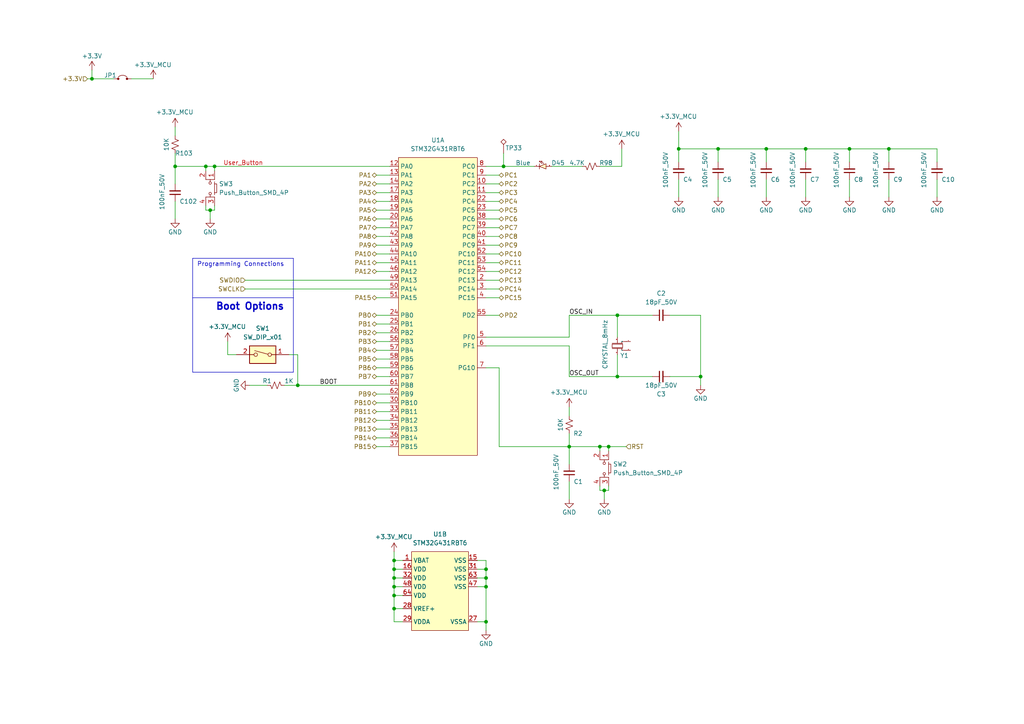
<source format=kicad_sch>
(kicad_sch (version 20231120) (generator "eeschema") (generator_version "8.0")
  (paper "A4")
  (lib_symbols
    (symbol "AKE_Capacitor:Capacitor_UnPolarised" (pin_numbers hide) (pin_names (offset 0.254) hide)
      (property "Reference" "C" (at 0.254 1.778 0))
      (property "Value" "Capacitor_UnPolarised" (at 0.254 -2.032 0))
      (symbol "Capacitor_UnPolarised_0_1"
        (polyline (pts (xy -1.524 -0.508) (xy 1.524 -0.508)) (stroke (width 0.3302)))
        (polyline (pts (xy -1.524 0.508) (xy 1.524 0.508)) (stroke (width 0.3048)))
      )
      (symbol "Capacitor_UnPolarised_1_1"
        (pin passive line (at 0 2.54 270) (length 2.032) (name "~") (number "1"))
        (pin passive line (at 0 -2.54 90) (length 2.032) (name "~") (number "2"))
      )
    )
    (symbol "AKE_Device:Jumper_Pinheader" (pin_names (offset 0) hide)
      (property "Reference" "JP" (at 0 2.794 0))
      (symbol "Jumper_Pinheader_0_1"
        (arc (start 1.27 0.508) (mid 0 1.0341) (end -1.27 0.508))
      )
      (symbol "Jumper_Pinheader_1_0"
        (circle (center -1.27 0) (radius 0.254) (fill (type outline)))
        (circle (center 1.27 0) (radius 0.254) (fill (type outline)))
      )
      (symbol "Jumper_Pinheader_1_1"
        (pin passive line (at -2.54 0 0) (length 1.27) (name "A") (number "1"))
        (pin passive line (at 2.54 0 180) (length 1.27) (name "B") (number "2"))
      )
    )
    (symbol "AKE_Device:Push_Button_SMD_4P" (pin_names (offset 1.016))
      (property "Reference" "SW" (at 1.27 -1.27 0))
      (property "Value" "Push_Button_SMD_4P" (at 2.54 5.08 0))
      (symbol "Push_Button_SMD_4P_0_1"
        (polyline (pts (xy 2.54 1.27) (xy 3.175 1.27)))
        (polyline (pts (xy 2.54 2.54) (xy 2.54 0)))
        (polyline (pts (xy 3.81 2.54) (xy 3.175 2.54)))
        (polyline (pts (xy 3.81 2.54) (xy 6.35 2.54)))
        (polyline (pts (xy 6.35 2.54) (xy 6.985 2.54)))
        (polyline (pts (xy 7.62 1.27) (xy 6.985 1.27)))
        (polyline (pts (xy 7.62 2.54) (xy 7.62 0)))
        (polyline (pts (xy 3.81 2.54) (xy 3.81 3.175) (xy 6.35 3.175) (xy 6.35 2.54)))
        (circle (center 3.556 1.27) (radius 0.3556))
        (circle (center 6.604 1.27) (radius 0.3556))
      )
      (symbol "Push_Button_SMD_4P_1_1"
        (pin input line (at 0 2.54 0) (length 2.54) (name "~") (number "1"))
        (pin input line (at 0 0 0) (length 2.54) (name "~") (number "2"))
        (pin input line (at 10.16 2.54 180) (length 2.54) (name "~") (number "3"))
        (pin input line (at 10.16 0 180) (length 2.54) (name "~") (number "4"))
      )
    )
    (symbol "AKE_Device:Test_Point" (pin_numbers hide) (pin_names (offset 0.762) hide)
      (property "Reference" "TP" (at 0 6.858 0))
      (property "Value" "Test_Point" (at 0 5.08 0))
      (symbol "Test_Point_0_1"
        (polyline (pts (xy 0 2.54) (xy -0.762 3.302) (xy 0 4.064) (xy 0.762 3.302) (xy 0 2.54)))
      )
      (symbol "Test_Point_1_1"
        (pin passive line (at 0 0 90) (length 2.54) (name "1") (number "1"))
      )
    )
    (symbol "AKE_Diode:Diode_LED" (pin_names (offset 1.016))
      (property "Reference" "D" (at -3.81 2.54 0))
      (property "Value" "Diode_LED" (at -2.54 5.08 0))
      (symbol "Diode_LED_0_1"
        (polyline (pts (xy 1.27 1.27) (xy 1.524 1.27)) (stroke (width 0.1524)))
        (polyline (pts (xy 1.524 2.032) (xy 1.524 0.508)) (stroke (width 0.1524)))
        (polyline (pts (xy 2.286 0.508) (xy 1.524 -0.254)) (stroke (width 0.1524)))
        (polyline (pts (xy 2.794 0.508) (xy 2.032 -0.254)) (stroke (width 0.1524)))
        (polyline (pts (xy 3.81 1.27) (xy 3.429 1.27)) (stroke (width 0.1524)))
        (polyline (pts (xy 1.524 0) (xy 1.524 -0.254) (xy 1.778 -0.254)) (stroke (width 0.1524)))
        (polyline (pts (xy 2.032 0) (xy 2.032 -0.254) (xy 2.286 -0.254)) (stroke (width 0.1524)))
        (polyline (pts (xy 1.524 1.27) (xy 3.429 2.032) (xy 3.429 0.508) (xy 1.524 1.27)) (stroke (width 0.1524)) (fill (type background)))
      )
      (symbol "Diode_LED_1_1"
        (pin passive line (at 0 1.27 0) (length 1.27) (name "~") (number "1"))
        (pin passive line (at 5.08 1.27 180) (length 1.27) (name "~") (number "2"))
      )
    )
    (symbol "AKE_MCU:STM32G431RBT6"
      (property "Reference" "U" (at 2.54 23.876 0))
      (property "Value" "STM32G431RBT6" (at 3.302 -1.27 0))
      (symbol "STM32G431RBT6_1_1"
        (rectangle (start 2.54 86.36) (end 25.4 0) (fill (type background)))
        (pin bidirectional line (at 27.94 78.74 180) (length 2.54) (name "PC2") (number "10"))
        (pin bidirectional line (at 27.94 76.2 180) (length 2.54) (name "PC3") (number "11"))
        (pin bidirectional line (at 0 83.82 0) (length 2.54) (name "PA0") (number "12"))
        (pin bidirectional line (at 0 81.28 0) (length 2.54) (name "PA1") (number "13"))
        (pin bidirectional line (at 0 78.74 0) (length 2.54) (name "PA2") (number "14"))
        (pin bidirectional line (at 0 76.2 0) (length 2.54) (name "PA3") (number "17"))
        (pin bidirectional line (at 0 73.66 0) (length 2.54) (name "PA4") (number "18"))
        (pin bidirectional line (at 0 71.12 0) (length 2.54) (name "PA5") (number "19"))
        (pin bidirectional line (at 27.94 50.8 180) (length 2.54) (name "PC13") (number "2"))
        (pin bidirectional line (at 0 68.58 0) (length 2.54) (name "PA6") (number "20"))
        (pin bidirectional line (at 0 66.04 0) (length 2.54) (name "PA7") (number "21"))
        (pin bidirectional line (at 27.94 73.66 180) (length 2.54) (name "PC4") (number "22"))
        (pin bidirectional line (at 27.94 71.12 180) (length 2.54) (name "PC5") (number "23"))
        (pin bidirectional line (at 0 40.64 0) (length 2.54) (name "PB0") (number "24"))
        (pin bidirectional line (at 0 38.1 0) (length 2.54) (name "PB1") (number "25"))
        (pin bidirectional line (at 0 35.56 0) (length 2.54) (name "PB2") (number "26"))
        (pin bidirectional line (at 27.94 48.26 180) (length 2.54) (name "PC14") (number "3"))
        (pin bidirectional line (at 0 15.24 0) (length 2.54) (name "PB10") (number "30"))
        (pin bidirectional line (at 0 12.7 0) (length 2.54) (name "PB11") (number "33"))
        (pin bidirectional line (at 0 10.16 0) (length 2.54) (name "PB12") (number "34"))
        (pin bidirectional line (at 0 7.62 0) (length 2.54) (name "PB13") (number "35"))
        (pin bidirectional line (at 0 5.08 0) (length 2.54) (name "PB14") (number "36"))
        (pin bidirectional line (at 0 2.54 0) (length 2.54) (name "PB15") (number "37"))
        (pin bidirectional line (at 27.94 68.58 180) (length 2.54) (name "PC6") (number "38"))
        (pin bidirectional line (at 27.94 66.04 180) (length 2.54) (name "PC7") (number "39"))
        (pin bidirectional line (at 27.94 45.72 180) (length 2.54) (name "PC15") (number "4"))
        (pin bidirectional line (at 27.94 63.5 180) (length 2.54) (name "PC8") (number "40"))
        (pin bidirectional line (at 27.94 60.96 180) (length 2.54) (name "PC9") (number "41"))
        (pin bidirectional line (at 0 63.5 0) (length 2.54) (name "PA8") (number "42"))
        (pin bidirectional line (at 0 60.96 0) (length 2.54) (name "PA9") (number "43"))
        (pin bidirectional line (at 0 58.42 0) (length 2.54) (name "PA10") (number "44"))
        (pin bidirectional line (at 0 55.88 0) (length 2.54) (name "PA11") (number "45"))
        (pin bidirectional line (at 0 53.34 0) (length 2.54) (name "PA12") (number "46"))
        (pin bidirectional line (at 0 50.8 0) (length 2.54) (name "PA13") (number "49"))
        (pin bidirectional line (at 27.94 34.29 180) (length 2.54) (name "PF0") (number "5"))
        (pin bidirectional line (at 0 48.26 0) (length 2.54) (name "PA14") (number "50"))
        (pin bidirectional line (at 0 45.72 0) (length 2.54) (name "PA15") (number "51"))
        (pin bidirectional line (at 27.94 58.42 180) (length 2.54) (name "PC10") (number "52"))
        (pin bidirectional line (at 27.94 55.88 180) (length 2.54) (name "PC11") (number "53"))
        (pin bidirectional line (at 27.94 53.34 180) (length 2.54) (name "PC12") (number "54"))
        (pin bidirectional line (at 27.94 40.64 180) (length 2.54) (name "PD2") (number "55"))
        (pin bidirectional line (at 0 33.02 0) (length 2.54) (name "PB3") (number "56"))
        (pin bidirectional line (at 0 30.48 0) (length 2.54) (name "PB4") (number "57"))
        (pin bidirectional line (at 0 27.94 0) (length 2.54) (name "PB5") (number "58"))
        (pin bidirectional line (at 0 25.4 0) (length 2.54) (name "PB6") (number "59"))
        (pin bidirectional line (at 27.94 31.75 180) (length 2.54) (name "PF1") (number "6"))
        (pin bidirectional line (at 0 22.86 0) (length 2.54) (name "PB7") (number "60"))
        (pin bidirectional line (at 0 20.32 0) (length 2.54) (name "PB8") (number "61"))
        (pin bidirectional line (at 0 17.78 0) (length 2.54) (name "PB9") (number "62"))
        (pin bidirectional line (at 27.94 25.4 180) (length 2.54) (name "PG10") (number "7"))
        (pin bidirectional line (at 27.94 83.82 180) (length 2.54) (name "PC0") (number "8"))
        (pin bidirectional line (at 27.94 81.28 180) (length 2.54) (name "PC1") (number "9"))
      )
      (symbol "STM32G431RBT6_2_1"
        (rectangle (start 2.54 22.86) (end 19.05 0) (fill (type background)))
        (pin power_in line (at 0 20.32 0) (length 2.54) (name "VBAT") (number "1"))
        (pin power_in line (at 21.59 20.32 180) (length 2.54) (name "VSS") (number "15"))
        (pin power_in line (at 0 17.78 0) (length 2.54) (name "VDD") (number "16"))
        (pin power_in line (at 21.59 2.54 180) (length 2.54) (name "VSSA") (number "27"))
        (pin input line (at 0 6.35 0) (length 2.54) (name "VREF+") (number "28"))
        (pin power_in line (at 0 2.54 0) (length 2.54) (name "VDDA") (number "29"))
        (pin passive line (at 21.59 17.78 180) (length 2.54) (name "VSS") (number "31"))
        (pin power_in line (at 0 15.24 0) (length 2.54) (name "VDD") (number "32"))
        (pin passive line (at 21.59 12.7 180) (length 2.54) (name "VSS") (number "47"))
        (pin power_in line (at 0 12.7 0) (length 2.54) (name "VDD") (number "48"))
        (pin passive line (at 21.59 15.24 180) (length 2.54) (name "VSS") (number "63"))
        (pin power_in line (at 0 10.16 0) (length 2.54) (name "VDD") (number "64"))
      )
    )
    (symbol "AKE_Oscilator:CRYSTAL_16mHz" (pin_names (offset 1.016))
      (property "Reference" "Y" (at 2.54 0 0))
      (property "Value" "CRYSTAL_16mHz" (at -2.54 -1.27 90))
      (symbol "CRYSTAL_16mHz_0_1"
        (rectangle (start -1.524 -0.508) (end 1.524 0.508))
        (polyline (pts (xy -1.524 -0.762) (xy 1.524 -0.762)))
        (polyline (pts (xy -1.524 0.762) (xy 1.524 0.762)))
        (polyline (pts (xy 0 -1.27) (xy 0 -0.762)))
        (polyline (pts (xy 0 1.27) (xy 0 0.762)))
        (polyline (pts (xy 1.27 -1.27) (xy 1.27 -0.762)))
        (polyline (pts (xy 1.27 1.27) (xy 1.27 0.762)))
        (polyline (pts (xy 2.54 -1.27) (xy 1.27 -1.27)))
        (polyline (pts (xy 2.54 1.27) (xy 1.27 1.27)))
      )
      (symbol "CRYSTAL_16mHz_1_1"
        (pin input line (at 0 -2.54 90) (length 1.27) (name "~") (number "1"))
        (pin input line (at 3.81 -1.27 180) (length 1.27) (name "GND") (number "2"))
        (pin input line (at 0 2.54 270) (length 1.27) (name "~") (number "3"))
        (pin input line (at 3.81 1.27 180) (length 1.27) (name "GND") (number "4"))
      )
    )
    (symbol "AKE_Power:+3.3V" (power) (pin_names (offset 0))
      (property "Value" "+3.3V" (at 0 3.556 0))
      (symbol "+3.3V_0_1"
        (polyline (pts (xy -0.762 1.27) (xy 0 2.54)))
        (polyline (pts (xy 0 0) (xy 0 2.54)))
        (polyline (pts (xy 0 2.54) (xy 0.762 1.27)))
      )
      (symbol "+3.3V_1_1"
        (pin power_in line (at 0 0 90) (length 0) hide (name "+3.3V") (number "1"))
      )
    )
    (symbol "AKE_Power:GND" (power) (pin_names (offset 0))
      (property "Value" "GND" (at 0 -3.81 0))
      (symbol "GND_0_1"
        (polyline (pts (xy 0 0) (xy 0 -1.27) (xy 1.27 -1.27) (xy 0 -2.54) (xy -1.27 -1.27) (xy 0 -1.27)))
      )
      (symbol "GND_1_1"
        (pin power_in line (at 0 0 270) (length 0) hide (name "GND") (number "1"))
      )
    )
    (symbol "AKE_Resistor:Resistor_US" (pin_numbers hide) (pin_names (offset 0.254) hide)
      (property "Reference" "R" (at 0.762 0.508 0))
      (property "Value" "Resistor_US" (at 0.762 -1.016 0))
      (symbol "Resistor_US_1_1"
        (polyline (pts (xy 0 0) (xy 1.016 -0.381) (xy 0 -0.762) (xy -1.016 -1.143) (xy 0 -1.524)))
        (polyline (pts (xy 0 1.524) (xy 1.016 1.143) (xy 0 0.762) (xy -1.016 0.381) (xy 0 0)))
        (pin passive line (at 0 2.54 270) (length 1.016) (name "~") (number "1"))
        (pin passive line (at 0 -2.54 90) (length 1.016) (name "~") (number "2"))
      )
    )
    (symbol "Switch:SW_DIP_x01" (pin_names (offset 0) hide)
      (property "Reference" "SW" (at 0 3.81 0))
      (property "Value" "SW_DIP_x01" (at 0 -3.81 0))
      (symbol "SW_DIP_x01_0_0"
        (circle (center -2.032 0) (radius 0.508))
        (polyline (pts (xy -1.524 0.127) (xy 2.3622 1.1684)))
        (circle (center 2.032 0) (radius 0.508))
      )
      (symbol "SW_DIP_x01_0_1"
        (rectangle (start -3.81 2.54) (end 3.81 -2.54) (stroke (width 0.254)) (fill (type background)))
      )
      (symbol "SW_DIP_x01_1_1"
        (pin passive line (at -7.62 0 0) (length 5.08) (name "~") (number "1"))
        (pin passive line (at 7.62 0 180) (length 5.08) (name "~") (number "2"))
      )
    )
  )
  (junction (at 233.68 43.18))
  (junction (at 173.99 129.54))
  (junction (at 203.2 109.22))
  (junction (at 60.96 60.96))
  (junction (at 26.67 22.86))
  (junction (at 146.05 48.26))
  (junction (at 140.97 170.18))
  (junction (at 114.3 176.53))
  (junction (at 114.3 167.64))
  (junction (at 179.07 91.44))
  (junction (at 257.81 43.18))
  (junction (at 114.3 172.72))
  (junction (at 222.25 43.18))
  (junction (at 140.97 167.64))
  (junction (at 62.23 48.26))
  (junction (at 59.69 48.26))
  (junction (at 114.3 170.18))
  (junction (at 140.97 165.1))
  (junction (at 114.3 162.56))
  (junction (at 196.85 43.18))
  (junction (at 175.26 142.24))
  (junction (at 86.36 111.76))
  (junction (at 114.3 165.1))
  (junction (at 246.38 43.18))
  (junction (at 208.28 43.18))
  (junction (at 50.8 48.26))
  (junction (at 165.1 129.54))
  (junction (at 140.97 180.34))
  (junction (at 179.07 109.22))
  (junction (at 176.53 129.54))
  (wire (pts (xy 257.81 52.07) (xy 257.81 57.15)))
  (wire (pts (xy 71.12 81.28) (xy 113.03 81.28)))
  (wire (pts (xy 144.78 129.54) (xy 144.78 106.68)))
  (wire (pts (xy 59.69 60.96) (xy 60.96 60.96)))
  (wire (pts (xy 60.96 60.96) (xy 62.23 60.96)))
  (wire (pts (xy 146.05 48.26) (xy 154.94 48.26)))
  (wire (pts (xy 50.8 48.26) (xy 59.69 48.26)))
  (wire (pts (xy 257.81 43.18) (xy 271.78 43.18)))
  (polyline (pts (xy 85.09 107.95) (xy 55.88 107.95)))
  (wire (pts (xy 140.97 165.1) (xy 140.97 167.64)))
  (wire (pts (xy 176.53 129.54) (xy 176.53 130.81)))
  (wire (pts (xy 144.78 76.2) (xy 140.97 76.2)))
  (wire (pts (xy 66.04 99.06) (xy 66.04 102.87)))
  (wire (pts (xy 233.68 52.07) (xy 233.68 57.15)))
  (wire (pts (xy 144.78 58.42) (xy 140.97 58.42)))
  (wire (pts (xy 114.3 167.64) (xy 114.3 170.18)))
  (wire (pts (xy 77.47 111.76) (xy 72.39 111.76)))
  (wire (pts (xy 144.78 78.74) (xy 140.97 78.74)))
  (wire (pts (xy 180.34 48.26) (xy 173.99 48.26)))
  (wire (pts (xy 144.78 60.96) (xy 140.97 60.96)))
  (wire (pts (xy 140.97 165.1) (xy 138.43 165.1)))
  (wire (pts (xy 109.22 76.2) (xy 113.03 76.2)))
  (polyline (pts (xy 85.09 86.36) (xy 55.88 86.36)))
  (wire (pts (xy 114.3 165.1) (xy 116.84 165.1)))
  (wire (pts (xy 144.78 71.12) (xy 140.97 71.12)))
  (wire (pts (xy 144.78 106.68) (xy 140.97 106.68)))
  (wire (pts (xy 196.85 43.18) (xy 196.85 46.99)))
  (wire (pts (xy 109.22 91.44) (xy 113.03 91.44)))
  (wire (pts (xy 109.22 121.92) (xy 113.03 121.92)))
  (wire (pts (xy 194.31 109.22) (xy 203.2 109.22)))
  (wire (pts (xy 109.22 96.52) (xy 113.03 96.52)))
  (wire (pts (xy 144.78 81.28) (xy 140.97 81.28)))
  (wire (pts (xy 196.85 38.1) (xy 196.85 43.18)))
  (wire (pts (xy 144.78 66.04) (xy 140.97 66.04)))
  (wire (pts (xy 271.78 43.18) (xy 271.78 46.99)))
  (wire (pts (xy 59.69 48.26) (xy 62.23 48.26)))
  (wire (pts (xy 140.97 97.79) (xy 165.1 97.79)))
  (wire (pts (xy 38.1 22.86) (xy 44.45 22.86)))
  (wire (pts (xy 173.99 140.97) (xy 173.99 142.24)))
  (wire (pts (xy 257.81 43.18) (xy 246.38 43.18)))
  (wire (pts (xy 140.97 162.56) (xy 140.97 165.1)))
  (wire (pts (xy 144.78 53.34) (xy 140.97 53.34)))
  (wire (pts (xy 114.3 167.64) (xy 116.84 167.64)))
  (wire (pts (xy 109.22 55.88) (xy 113.03 55.88)))
  (wire (pts (xy 208.28 43.18) (xy 222.25 43.18)))
  (wire (pts (xy 222.25 43.18) (xy 233.68 43.18)))
  (wire (pts (xy 194.31 91.44) (xy 203.2 91.44)))
  (wire (pts (xy 196.85 52.07) (xy 196.85 57.15)))
  (wire (pts (xy 246.38 52.07) (xy 246.38 57.15)))
  (wire (pts (xy 62.23 60.96) (xy 62.23 59.69)))
  (wire (pts (xy 173.99 129.54) (xy 176.53 129.54)))
  (wire (pts (xy 109.22 63.5) (xy 113.03 63.5)))
  (wire (pts (xy 144.78 55.88) (xy 140.97 55.88)))
  (wire (pts (xy 50.8 36.83) (xy 50.8 39.37)))
  (wire (pts (xy 140.97 162.56) (xy 138.43 162.56)))
  (wire (pts (xy 114.3 176.53) (xy 114.3 180.34)))
  (wire (pts (xy 208.28 43.18) (xy 208.28 46.99)))
  (wire (pts (xy 62.23 48.26) (xy 113.03 48.26)))
  (wire (pts (xy 165.1 91.44) (xy 179.07 91.44)))
  (wire (pts (xy 86.36 102.87) (xy 83.82 102.87)))
  (wire (pts (xy 165.1 139.7) (xy 165.1 144.78)))
  (wire (pts (xy 140.97 48.26) (xy 146.05 48.26)))
  (wire (pts (xy 59.69 48.26) (xy 59.69 49.53)))
  (wire (pts (xy 203.2 109.22) (xy 203.2 111.76)))
  (wire (pts (xy 109.22 53.34) (xy 113.03 53.34)))
  (wire (pts (xy 140.97 170.18) (xy 138.43 170.18)))
  (polyline (pts (xy 55.88 74.93) (xy 55.88 86.36)))
  (wire (pts (xy 109.22 116.84) (xy 113.03 116.84)))
  (wire (pts (xy 175.26 142.24) (xy 176.53 142.24)))
  (wire (pts (xy 25.4 22.86) (xy 26.67 22.86)))
  (wire (pts (xy 109.22 104.14) (xy 113.03 104.14)))
  (wire (pts (xy 109.22 73.66) (xy 113.03 73.66)))
  (wire (pts (xy 233.68 43.18) (xy 233.68 46.99)))
  (wire (pts (xy 144.78 68.58) (xy 140.97 68.58)))
  (polyline (pts (xy 55.88 74.93) (xy 85.09 74.93)))
  (wire (pts (xy 50.8 44.45) (xy 50.8 48.26)))
  (wire (pts (xy 144.78 50.8) (xy 140.97 50.8)))
  (wire (pts (xy 179.07 102.87) (xy 179.07 109.22)))
  (wire (pts (xy 86.36 111.76) (xy 86.36 102.87)))
  (polyline (pts (xy 85.09 74.93) (xy 85.09 86.36)))
  (wire (pts (xy 109.22 78.74) (xy 113.03 78.74)))
  (wire (pts (xy 180.34 43.18) (xy 180.34 48.26)))
  (wire (pts (xy 146.05 44.45) (xy 146.05 48.26)))
  (wire (pts (xy 179.07 91.44) (xy 179.07 97.79)))
  (wire (pts (xy 114.3 162.56) (xy 116.84 162.56)))
  (polyline (pts (xy 85.09 86.36) (xy 55.88 86.36)))
  (wire (pts (xy 114.3 176.53) (xy 116.84 176.53)))
  (wire (pts (xy 50.8 58.42) (xy 50.8 63.5)))
  (wire (pts (xy 222.25 43.18) (xy 222.25 46.99)))
  (wire (pts (xy 144.78 129.54) (xy 165.1 129.54)))
  (wire (pts (xy 109.22 119.38) (xy 113.03 119.38)))
  (wire (pts (xy 179.07 91.44) (xy 189.23 91.44)))
  (wire (pts (xy 114.3 165.1) (xy 114.3 167.64)))
  (wire (pts (xy 109.22 58.42) (xy 113.03 58.42)))
  (wire (pts (xy 114.3 170.18) (xy 114.3 172.72)))
  (wire (pts (xy 109.22 129.54) (xy 113.03 129.54)))
  (wire (pts (xy 165.1 129.54) (xy 173.99 129.54)))
  (wire (pts (xy 109.22 101.6) (xy 113.03 101.6)))
  (wire (pts (xy 26.67 22.86) (xy 33.02 22.86)))
  (polyline (pts (xy 55.88 107.95) (xy 55.88 86.36)))
  (wire (pts (xy 233.68 43.18) (xy 246.38 43.18)))
  (wire (pts (xy 165.1 129.54) (xy 165.1 134.62)))
  (wire (pts (xy 26.67 22.86) (xy 26.67 20.32)))
  (wire (pts (xy 144.78 91.44) (xy 140.97 91.44)))
  (wire (pts (xy 109.22 124.46) (xy 113.03 124.46)))
  (wire (pts (xy 109.22 127) (xy 113.03 127)))
  (wire (pts (xy 257.81 43.18) (xy 257.81 46.99)))
  (wire (pts (xy 66.04 102.87) (xy 68.58 102.87)))
  (wire (pts (xy 109.22 60.96) (xy 113.03 60.96)))
  (wire (pts (xy 222.25 52.07) (xy 222.25 57.15)))
  (wire (pts (xy 109.22 114.3) (xy 113.03 114.3)))
  (wire (pts (xy 109.22 71.12) (xy 113.03 71.12)))
  (wire (pts (xy 109.22 50.8) (xy 113.03 50.8)))
  (wire (pts (xy 176.53 129.54) (xy 181.61 129.54)))
  (wire (pts (xy 176.53 142.24) (xy 176.53 140.97)))
  (wire (pts (xy 140.97 100.33) (xy 165.1 100.33)))
  (wire (pts (xy 196.85 43.18) (xy 208.28 43.18)))
  (wire (pts (xy 144.78 86.36) (xy 140.97 86.36)))
  (wire (pts (xy 165.1 118.11) (xy 165.1 120.65)))
  (wire (pts (xy 86.36 111.76) (xy 82.55 111.76)))
  (wire (pts (xy 109.22 109.22) (xy 113.03 109.22)))
  (wire (pts (xy 114.3 160.02) (xy 114.3 162.56)))
  (wire (pts (xy 165.1 125.73) (xy 165.1 129.54)))
  (wire (pts (xy 203.2 91.44) (xy 203.2 109.22)))
  (wire (pts (xy 86.36 111.76) (xy 113.03 111.76)))
  (wire (pts (xy 165.1 100.33) (xy 165.1 109.22)))
  (wire (pts (xy 208.28 52.07) (xy 208.28 57.15)))
  (polyline (pts (xy 85.09 86.36) (xy 85.09 107.95)))
  (wire (pts (xy 114.3 172.72) (xy 114.3 176.53)))
  (wire (pts (xy 140.97 167.64) (xy 140.97 170.18)))
  (wire (pts (xy 60.96 60.96) (xy 60.96 63.5)))
  (wire (pts (xy 168.91 48.26) (xy 160.02 48.26)))
  (wire (pts (xy 271.78 52.07) (xy 271.78 57.15)))
  (wire (pts (xy 165.1 109.22) (xy 179.07 109.22)))
  (wire (pts (xy 71.12 83.82) (xy 113.03 83.82)))
  (wire (pts (xy 62.23 48.26) (xy 62.23 49.53)))
  (wire (pts (xy 140.97 167.64) (xy 138.43 167.64)))
  (wire (pts (xy 109.22 106.68) (xy 113.03 106.68)))
  (wire (pts (xy 173.99 129.54) (xy 173.99 130.81)))
  (wire (pts (xy 175.26 142.24) (xy 175.26 144.78)))
  (wire (pts (xy 109.22 93.98) (xy 113.03 93.98)))
  (wire (pts (xy 140.97 170.18) (xy 140.97 180.34)))
  (wire (pts (xy 179.07 109.22) (xy 189.23 109.22)))
  (wire (pts (xy 246.38 43.18) (xy 246.38 46.99)))
  (wire (pts (xy 114.3 172.72) (xy 116.84 172.72)))
  (wire (pts (xy 109.22 68.58) (xy 113.03 68.58)))
  (wire (pts (xy 59.69 59.69) (xy 59.69 60.96)))
  (wire (pts (xy 165.1 97.79) (xy 165.1 91.44)))
  (wire (pts (xy 114.3 162.56) (xy 114.3 165.1)))
  (wire (pts (xy 109.22 66.04) (xy 113.03 66.04)))
  (wire (pts (xy 114.3 170.18) (xy 116.84 170.18)))
  (wire (pts (xy 50.8 48.26) (xy 50.8 53.34)))
  (wire (pts (xy 109.22 86.36) (xy 113.03 86.36)))
  (wire (pts (xy 144.78 83.82) (xy 140.97 83.82)))
  (wire (pts (xy 140.97 180.34) (xy 138.43 180.34)))
  (wire (pts (xy 114.3 180.34) (xy 116.84 180.34)))
  (wire (pts (xy 109.22 99.06) (xy 113.03 99.06)))
  (wire (pts (xy 140.97 180.34) (xy 140.97 182.88)))
  (wire (pts (xy 173.99 142.24) (xy 175.26 142.24)))
  (wire (pts (xy 144.78 73.66) (xy 140.97 73.66)))
  (wire (pts (xy 144.78 63.5) (xy 140.97 63.5)))
  (text "Boot Options" (at 82.55 90.17 0) (effects (font (size 2 2) (thickness 0.4) (bold yes)) (justify right bottom)))
  (text "Programming Connections" (at 57.15 77.47 0) (effects (font (size 1.27 1.27)) (justify left bottom)))
  (label "OSC_IN" (at 165.1 91.44 0))
  (label "BOOT" (at 92.71 111.76 0))
  (label "OSC_OUT" (at 165.1 109.22 0))
  (label "User_Button" (at 64.77 48.26 0))
  (hierarchical_label "PB10" (shape bidirectional) (at 109.22 116.84 180))
  (hierarchical_label "PB14" (shape bidirectional) (at 109.22 127 180))
  (hierarchical_label "PB13" (shape bidirectional) (at 109.22 124.46 180))
  (hierarchical_label "PA12" (shape bidirectional) (at 109.22 78.74 180))
  (hierarchical_label "RST" (shape input) (at 181.61 129.54 0))
  (hierarchical_label "PA3" (shape bidirectional) (at 109.22 55.88 180))
  (hierarchical_label "PC15" (shape bidirectional) (at 144.78 86.36 0))
  (hierarchical_label "PA15" (shape bidirectional) (at 109.22 86.36 180))
  (hierarchical_label "PA6" (shape bidirectional) (at 109.22 63.5 180))
  (hierarchical_label "PC13" (shape bidirectional) (at 144.78 81.28 0))
  (hierarchical_label "PB11" (shape bidirectional) (at 109.22 119.38 180))
  (hierarchical_label "PB2" (shape bidirectional) (at 109.22 96.52 180))
  (hierarchical_label "PB5" (shape bidirectional) (at 109.22 104.14 180))
  (hierarchical_label "PB9" (shape bidirectional) (at 109.22 114.3 180))
  (hierarchical_label "PB6" (shape bidirectional) (at 109.22 106.68 180))
  (hierarchical_label "PB3" (shape bidirectional) (at 109.22 99.06 180))
  (hierarchical_label "PB0" (shape bidirectional) (at 109.22 91.44 180))
  (hierarchical_label "PC10" (shape bidirectional) (at 144.78 73.66 0))
  (hierarchical_label "PC6" (shape bidirectional) (at 144.78 63.5 0))
  (hierarchical_label "PB12" (shape bidirectional) (at 109.22 121.92 180))
  (hierarchical_label "PA4" (shape bidirectional) (at 109.22 58.42 180))
  (hierarchical_label "PA7" (shape bidirectional) (at 109.22 66.04 180))
  (hierarchical_label "PC5" (shape bidirectional) (at 144.78 60.96 0))
  (hierarchical_label "PC11" (shape bidirectional) (at 144.78 76.2 0))
  (hierarchical_label "PC3" (shape bidirectional) (at 144.78 55.88 0))
  (hierarchical_label "PC9" (shape bidirectional) (at 144.78 71.12 0))
  (hierarchical_label "PC4" (shape bidirectional) (at 144.78 58.42 0))
  (hierarchical_label "PA8" (shape bidirectional) (at 109.22 68.58 180))
  (hierarchical_label "PA11" (shape bidirectional) (at 109.22 76.2 180))
  (hierarchical_label "PC8" (shape bidirectional) (at 144.78 68.58 0))
  (hierarchical_label "PB15" (shape bidirectional) (at 109.22 129.54 180))
  (hierarchical_label "PC1" (shape bidirectional) (at 144.78 50.8 0))
  (hierarchical_label "PA1" (shape bidirectional) (at 109.22 50.8 180))
  (hierarchical_label "PC14" (shape bidirectional) (at 144.78 83.82 0))
  (hierarchical_label "PC12" (shape bidirectional) (at 144.78 78.74 0))
  (hierarchical_label "PB7" (shape bidirectional) (at 109.22 109.22 180))
  (hierarchical_label "PA9" (shape bidirectional) (at 109.22 71.12 180))
  (hierarchical_label "PB4" (shape bidirectional) (at 109.22 101.6 180))
  (hierarchical_label "SWDIO" (shape input) (at 71.12 81.28 180))
  (hierarchical_label "PA5" (shape bidirectional) (at 109.22 60.96 180))
  (hierarchical_label "PB1" (shape bidirectional) (at 109.22 93.98 180))
  (hierarchical_label "PD2" (shape bidirectional) (at 144.78 91.44 0))
  (hierarchical_label "+3.3V" (shape input) (at 25.4 22.86 180))
  (hierarchical_label "SWCLK" (shape input) (at 71.12 83.82 180))
  (hierarchical_label "PA10" (shape bidirectional) (at 109.22 73.66 180))
  (hierarchical_label "PC7" (shape bidirectional) (at 144.78 66.04 0))
  (hierarchical_label "PA2" (shape bidirectional) (at 109.22 53.34 180))
  (hierarchical_label "PC2" (shape bidirectional) (at 144.78 53.34 0))
  (symbol (lib_id "AKE_Resistor:Resistor_US") (at 50.8 41.91 180) (unit 1)
    (property "Reference" "R103" (at 53.34 44.45 0))
    (property "Value" "10K" (at 48.26 41.91 90))
    (property "Footprint" "AKE_Resistor_SMD:RES_0603" (effects (hide yes)))
    (property "MFG P/N" "*" (effects (hide yes)))
  )
  (symbol (lib_id "AKE_Power:+3.3V") (at 114.3 160.02 0) (unit 1)
    (property "Reference" "#PWR05" (effects (hide yes)))
    (property "Value" "+3.3V_MCU" (at 108.712 155.702 0) (effects (justify left)))
  )
  (symbol (lib_id "AKE_Capacitor:Capacitor_UnPolarised") (at 257.81 49.53 180) (unit 1)
    (property "Reference" "C9" (at 259.08 52.07 0) (effects (justify right)))
    (property "Value" "100nF_50V" (at 254 54.61 90) (effects (justify right)))
    (property "Footprint" "AKE_Capacitor_SMD:CAP_0603" (effects (hide yes)))
    (property "MFG P/N" "*" (effects (hide yes)))
  )
  (symbol (lib_id "AKE_Power:GND") (at 208.28 57.15 0) (unit 1)
    (property "Reference" "#PWR013" (effects (hide yes)))
    (property "Value" "GND" (at 208.28 60.96 0))
  )
  (symbol (lib_id "AKE_Power:GND") (at 233.68 57.15 0) (unit 1)
    (property "Reference" "#PWR015" (effects (hide yes)))
    (property "Value" "GND" (at 233.68 60.96 0))
  )
  (symbol (lib_id "AKE_Power:GND") (at 140.97 182.88 0) (unit 1)
    (property "Reference" "#PWR06" (effects (hide yes)))
    (property "Value" "GND" (at 140.97 186.69 0))
  )
  (symbol (lib_id "AKE_Capacitor:Capacitor_UnPolarised") (at 191.77 109.22 90) (unit 1)
    (property "Reference" "C3" (at 191.77 114.3 90))
    (property "Value" "18pF_50V" (at 191.77 111.76 90))
    (property "Footprint" "AKE_Capacitor_SMD:CAP_0603" (effects (hide yes)))
    (property "MFG P/N" "*" (effects (hide yes)))
  )
  (symbol (lib_id "AKE_Oscilator:CRYSTAL_16mHz") (at 179.07 100.33 0) (unit 1)
    (property "Reference" "Y1" (at 182.372 103.124 0) (effects (justify right)))
    (property "Value" "CRYSTAL_8mHz" (at 175.514 92.71 90) (effects (justify right)))
    (property "Footprint" "AKE_Oscilator_SMD:CRY_SMD_4P_5.0x3.2mm" (effects (hide yes)))
    (property "Datasheet" "*" (effects (hide yes)))
    (property "MFG P/N" "OZDISAN" (effects (hide yes)))
  )
  (symbol (lib_id "AKE_Power:GND") (at 257.81 57.15 0) (unit 1)
    (property "Reference" "#PWR017" (effects (hide yes)))
    (property "Value" "GND" (at 257.81 60.96 0))
  )
  (symbol (lib_id "AKE_Power:GND") (at 165.1 144.78 0) (unit 1)
    (property "Reference" "#PWR08" (effects (hide yes)))
    (property "Value" "GND" (at 165.1 148.59 0))
  )
  (symbol (lib_id "AKE_Device:Test_Point") (at 146.05 44.45 0) (unit 1)
    (property "Reference" "TP33" (at 146.558 42.926 0) (effects (justify left)))
    (property "Value" "Test_Point" (effects (hide yes)))
    (property "Footprint" "AKE_PCB:TEST_POINT" (effects (hide yes)))
    (property "Description" "test point (alternative shape)" (effects (hide yes)))
  )
  (symbol (lib_id "AKE_Device:Push_Button_SMD_4P") (at 59.69 49.53 270) (unit 1)
    (property "Reference" "SW3" (at 63.5 53.3399 90) (effects (justify left)))
    (property "Value" "Push_Button_SMD_4P" (at 63.5 55.8799 90) (effects (justify left)))
    (property "Footprint" "AKE_Button_SMD_TH:SW_PTS645SK50SMTR92" (effects (hide yes)))
    (property "Datasheet" "https://www.ckswitches.com/media/1471/pts645.pdf" (effects (hide yes)))
    (property "MFG P/N" "PTS645SK50SMTR92 LFS" (effects (hide yes)))
  )
  (symbol (lib_id "AKE_Power:+3.3V") (at 26.67 20.32 0) (unit 1)
    (property "Reference" "#PWR01" (effects (hide yes)))
    (property "Value" "+3.3V" (at 26.67 16.256 0))
  )
  (symbol (lib_id "AKE_Capacitor:Capacitor_UnPolarised") (at 165.1 137.16 180) (unit 1)
    (property "Reference" "C1" (at 166.37 139.7 0) (effects (justify right)))
    (property "Value" "100nF_50V" (at 161.29 142.24 90) (effects (justify right)))
    (property "Footprint" "AKE_Capacitor_SMD:CAP_0603" (effects (hide yes)))
    (property "MFG P/N" "*" (effects (hide yes)))
  )
  (symbol (lib_id "AKE_Capacitor:Capacitor_UnPolarised") (at 271.78 49.53 180) (unit 1)
    (property "Reference" "C10" (at 273.05 52.07 0) (effects (justify right)))
    (property "Value" "100nF_50V" (at 267.97 54.61 90) (effects (justify right)))
    (property "Footprint" "AKE_Capacitor_SMD:CAP_0603" (effects (hide yes)))
    (property "MFG P/N" "*" (effects (hide yes)))
  )
  (symbol (lib_id "AKE_MCU:STM32G431RBT6") (at 113.03 132.08 0) (unit 1)
    (property "Reference" "U1" (at 127 40.64 0))
    (property "Value" "STM32G431RBT6" (at 127 43.18 0))
    (property "Footprint" "AKE_MCU_SMD:LQFP-64_10x10mm_P0.5mm" (effects (hide yes)))
    (property "Datasheet" "https://www.st.com/resource/en/datasheet/stm32g431rb.pdf" (effects (hide yes)))
    (property "Description" "STMicroelectronics Arm Cortex-M4 MCU, 128KB flash, 32KB RAM, 170 MHz, 1.71-3.6V, 52 GPIO, LQFP64" (effects (hide yes)))
    (property "MFG P/N" "STM32G431RBT6" (effects (hide yes)))
  )
  (symbol (lib_id "AKE_Power:GND") (at 246.38 57.15 0) (unit 1)
    (property "Reference" "#PWR016" (effects (hide yes)))
    (property "Value" "GND" (at 246.38 60.96 0))
  )
  (symbol (lib_id "AKE_Power:GND") (at 175.26 144.78 0) (unit 1)
    (property "Reference" "#PWR09" (effects (hide yes)))
    (property "Value" "GND" (at 175.26 148.59 0))
  )
  (symbol (lib_id "AKE_Device:Jumper_Pinheader") (at 35.56 22.86 0) (unit 1)
    (property "Reference" "JP1" (at 32.004 21.844 0))
    (property "Value" "Jumper_Pinheader" (effects (hide yes)))
    (property "Footprint" "AKE_Pinheader_TH:PinHeader_1x02_P2.54mm_Vertical" (effects (hide yes)))
    (property "Description" "Jumper, 2-pole, open" (effects (hide yes)))
    (property "MFG P/N" "*" (effects (hide yes)))
  )
  (symbol (lib_id "AKE_Power:GND") (at 60.96 63.5 0) (unit 1)
    (property "Reference" "#PWR0152" (effects (hide yes)))
    (property "Value" "GND" (at 60.96 67.31 0))
  )
  (symbol (lib_id "AKE_Capacitor:Capacitor_UnPolarised") (at 50.8 55.88 180) (unit 1)
    (property "Reference" "C102" (at 52.07 58.42 0) (effects (justify right)))
    (property "Value" "100nF_50V" (at 46.99 60.96 90) (effects (justify right)))
    (property "Footprint" "AKE_Capacitor_SMD:CAP_0603" (effects (hide yes)))
    (property "MFG P/N" "*" (effects (hide yes)))
  )
  (symbol (lib_id "AKE_Capacitor:Capacitor_UnPolarised") (at 191.77 91.44 90) (unit 1)
    (property "Reference" "C2" (at 191.7763 85.09 90))
    (property "Value" "18pF_50V" (at 191.7763 87.63 90))
    (property "Footprint" "AKE_Capacitor_SMD:CAP_0603" (effects (hide yes)))
    (property "MFG P/N" "*" (effects (hide yes)))
  )
  (symbol (lib_id "AKE_MCU:STM32G431RBT6") (at 116.84 182.88 0) (unit 2)
    (property "Reference" "U1" (at 127.635 154.94 0))
    (property "Value" "STM32G431RBT6" (at 127.635 157.48 0))
    (property "Footprint" "AKE_MCU_SMD:LQFP-64_10x10mm_P0.5mm" (effects (hide yes)))
    (property "Datasheet" "https://www.st.com/resource/en/datasheet/stm32g431rb.pdf" (effects (hide yes)))
    (property "Description" "STMicroelectronics Arm Cortex-M4 MCU, 128KB flash, 32KB RAM, 170 MHz, 1.71-3.6V, 52 GPIO, LQFP64" (effects (hide yes)))
    (property "MFG P/N" "STM32G431RBT6" (effects (hide yes)))
  )
  (symbol (lib_id "AKE_Power:+3.3V") (at 66.04 99.06 0) (unit 1)
    (property "Reference" "#PWR02" (effects (hide yes)))
    (property "Value" "+3.3V_MCU" (at 60.452 94.742 0) (effects (justify left)))
  )
  (symbol (lib_id "AKE_Power:GND") (at 196.85 57.15 0) (unit 1)
    (property "Reference" "#PWR012" (effects (hide yes)))
    (property "Value" "GND" (at 196.85 60.96 0))
  )
  (symbol (lib_id "AKE_Resistor:Resistor_US") (at 165.1 123.19 180) (unit 1)
    (property "Reference" "R2" (at 167.64 125.73 0))
    (property "Value" "10K" (at 162.56 123.19 90))
    (property "Footprint" "AKE_Resistor_SMD:RES_0603" (effects (hide yes)))
    (property "MFG P/N" "*" (effects (hide yes)))
  )
  (symbol (lib_id "AKE_Capacitor:Capacitor_UnPolarised") (at 222.25 49.53 180) (unit 1)
    (property "Reference" "C6" (at 223.52 52.07 0) (effects (justify right)))
    (property "Value" "100nF_50V" (at 218.44 54.61 90) (effects (justify right)))
    (property "Footprint" "AKE_Capacitor_SMD:CAP_0603" (effects (hide yes)))
    (property "MFG P/N" "*" (effects (hide yes)))
  )
  (symbol (lib_id "AKE_Capacitor:Capacitor_UnPolarised") (at 233.68 49.53 180) (unit 1)
    (property "Reference" "C7" (at 234.95 52.07 0) (effects (justify right)))
    (property "Value" "100nF_50V" (at 229.87 54.61 90) (effects (justify right)))
    (property "Footprint" "AKE_Capacitor_SMD:CAP_0603" (effects (hide yes)))
    (property "MFG P/N" "*" (effects (hide yes)))
  )
  (symbol (lib_id "AKE_Power:GND") (at 222.25 57.15 0) (unit 1)
    (property "Reference" "#PWR014" (effects (hide yes)))
    (property "Value" "GND" (at 222.25 60.96 0))
  )
  (symbol (lib_id "AKE_Power:GND") (at 271.78 57.15 0) (unit 1)
    (property "Reference" "#PWR018" (effects (hide yes)))
    (property "Value" "GND" (at 271.78 60.96 0))
  )
  (symbol (lib_id "AKE_Capacitor:Capacitor_UnPolarised") (at 196.85 49.53 180) (unit 1)
    (property "Reference" "C4" (at 198.12 52.07 0) (effects (justify right)))
    (property "Value" "100nF_50V" (at 193.04 54.61 90) (effects (justify right)))
    (property "Footprint" "AKE_Capacitor_SMD:CAP_0603" (effects (hide yes)))
    (property "MFG P/N" "*" (effects (hide yes)))
  )
  (symbol (lib_id "AKE_Power:+3.3V") (at 50.8 36.83 0) (unit 1)
    (property "Reference" "#PWR0150" (effects (hide yes)))
    (property "Value" "+3.3V_MCU" (at 45.212 32.512 0) (effects (justify left)))
  )
  (symbol (lib_id "AKE_Power:+3.3V") (at 180.34 43.18 0) (unit 1)
    (property "Reference" "#PWR0153" (effects (hide yes)))
    (property "Value" "+3.3V_MCU" (at 174.752 38.862 0) (effects (justify left)))
  )
  (symbol (lib_id "AKE_Resistor:Resistor_US") (at 80.01 111.76 90) (mirror x) (unit 1)
    (property "Reference" "R1" (at 77.47 110.49 90))
    (property "Value" "1K" (at 83.82 110.49 90))
    (property "Footprint" "AKE_Resistor_SMD:RES_0603" (effects (hide yes)))
    (property "MFG P/N" "*" (effects (hide yes)))
  )
  (symbol (lib_id "Switch:SW_DIP_x01") (at 76.2 102.87 0) (mirror y) (unit 1)
    (property "Reference" "SW1" (at 76.2 95.25 0))
    (property "Value" "SW_DIP_x01" (at 76.2 97.79 0))
    (property "Footprint" "Button_Switch_THT:SW_DIP_SPSTx01_Slide_6.7x4.1mm_W7.62mm_P2.54mm_LowProfile" (effects (hide yes)))
    (property "Datasheet" "https://www.direnc.net/1-pin-dip-switch" (effects (hide yes)))
    (property "MFG P/N" "NDS-01V" (effects (hide yes)))
  )
  (symbol (lib_id "AKE_Power:GND") (at 72.39 111.76 270) (mirror x) (unit 1)
    (property "Reference" "#PWR03" (effects (hide yes)))
    (property "Value" "GND" (at 68.58 111.76 0))
  )
  (symbol (lib_id "AKE_Power:GND") (at 50.8 63.5 0) (unit 1)
    (property "Reference" "#PWR0151" (effects (hide yes)))
    (property "Value" "GND" (at 50.8 67.31 0))
  )
  (symbol (lib_id "AKE_Capacitor:Capacitor_UnPolarised") (at 208.28 49.53 180) (unit 1)
    (property "Reference" "C5" (at 209.55 52.07 0) (effects (justify right)))
    (property "Value" "100nF_50V" (at 204.47 54.61 90) (effects (justify right)))
    (property "Footprint" "AKE_Capacitor_SMD:CAP_0603" (effects (hide yes)))
    (property "MFG P/N" "*" (effects (hide yes)))
  )
  (symbol (lib_id "AKE_Capacitor:Capacitor_UnPolarised") (at 246.38 49.53 180) (unit 1)
    (property "Reference" "C8" (at 247.65 52.07 0) (effects (justify right)))
    (property "Value" "100nF_50V" (at 242.57 54.61 90) (effects (justify right)))
    (property "Footprint" "AKE_Capacitor_SMD:CAP_0603" (effects (hide yes)))
    (property "MFG P/N" "*" (effects (hide yes)))
  )
  (symbol (lib_id "AKE_Resistor:Resistor_US") (at 171.45 48.26 90) (mirror x) (unit 1)
    (property "Reference" "R98" (at 175.768 47.244 90))
    (property "Value" "4.7K" (at 167.386 47.244 90))
    (property "Footprint" "AKE_Resistor_SMD:RES_0603" (effects (hide yes)))
    (property "MFG P/N" "*" (effects (hide yes)))
  )
  (symbol (lib_id "AKE_Power:+3.3V") (at 196.85 38.1 0) (unit 1)
    (property "Reference" "#PWR011" (effects (hide yes)))
    (property "Value" "+3.3V_MCU" (at 191.262 33.782 0) (effects (justify left)))
  )
  (symbol (lib_id "AKE_Diode:Diode_LED") (at 154.94 46.99 0) (mirror x) (unit 1)
    (property "Reference" "D45" (at 163.83 47.244 0) (effects (justify right)))
    (property "Value" "Blue" (at 153.924 47.244 0) (effects (justify right)))
    (property "Footprint" "AKE_Led_SMD:LED_0805" (effects (hide yes)))
    (property "MFG P/N" "*" (effects (hide yes)))
  )
  (symbol (lib_id "AKE_Power:+3.3V") (at 44.45 22.86 0) (unit 1)
    (property "Reference" "#PWR04" (effects (hide yes)))
    (property "Value" "+3.3V_MCU" (at 38.862 18.796 0) (effects (justify left)))
  )
  (symbol (lib_id "AKE_Power:GND") (at 203.2 111.76 0) (unit 1)
    (property "Reference" "#PWR010" (effects (hide yes)))
    (property "Value" "GND" (at 203.2 115.57 0))
  )
  (symbol (lib_id "AKE_Device:Push_Button_SMD_4P") (at 173.99 130.81 270) (unit 1)
    (property "Reference" "SW2" (at 177.8 134.6199 90) (effects (justify left)))
    (property "Value" "Push_Button_SMD_4P" (at 177.8 137.1599 90) (effects (justify left)))
    (property "Footprint" "AKE_Button_SMD_TH:SW_PTS645SK50SMTR92" (effects (hide yes)))
    (property "Datasheet" "https://www.ckswitches.com/media/1471/pts645.pdf" (effects (hide yes)))
    (property "MFG P/N" "PTS645SK50SMTR92 LFS" (effects (hide yes)))
  )
  (symbol (lib_id "AKE_Power:+3.3V") (at 165.1 118.11 0) (unit 1)
    (property "Reference" "#PWR07" (effects (hide yes)))
    (property "Value" "+3.3V_MCU" (at 159.512 113.792 0) (effects (justify left)))
  )
)
</source>
